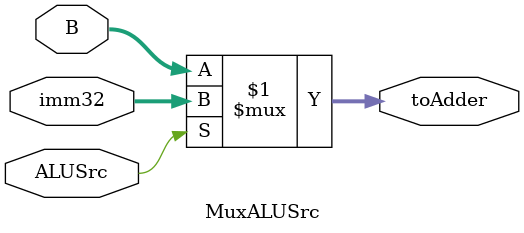
<source format=v>
`timescale 1ns / 1ps

module MuxALUSrc(B,
                 imm32,
                 ALUSrc,
                 toAdder);
                  
    input [31:0] B, imm32;
    input ALUSrc;
    output [31:0] toAdder;
    assign toAdder = (ALUSrc) ? imm32:B;
endmodule // main

</source>
